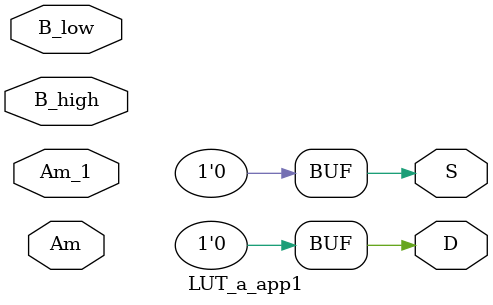
<source format=v>
`timescale 1ns/1ns
module LUT_a_app1(
    input           Am          ,
    input           B_low       ,
    input           Am_1        ,
    input           B_high      ,
    output          S           ,
    output          D           //           
);

    assign D = 1'b0;
    assign S = 1'b0;

endmodule // LUT_a_app1
</source>
